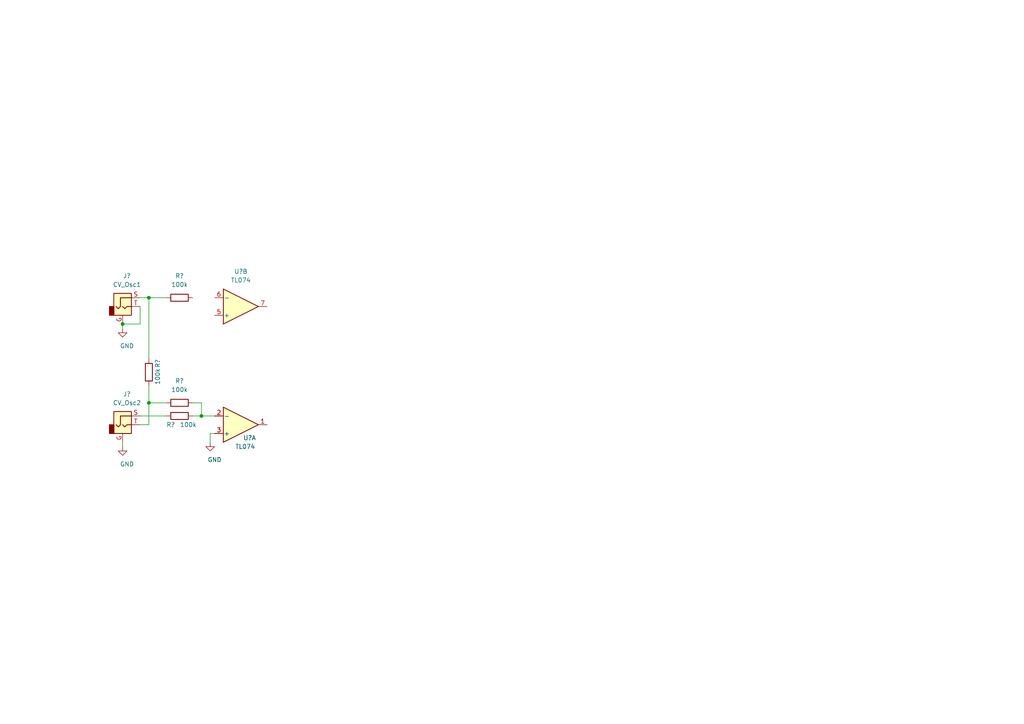
<source format=kicad_sch>
(kicad_sch (version 20201015) (generator eeschema)
  (paper "A4")
  (lib_symbols
    (symbol "Amplifier_Operational:TL074" (pin_names (offset 0.127))
      (property "Reference" "U" (at 0 5.08 0))
      (property "Value" "TL074" (at 0 -5.08 0))
      (symbol "TL074_1_1"
        (polyline (pts (xy -5.08 5.08) (xy 5.08 0) (xy -5.08 -5.08) (xy -5.08 5.08)) (stroke (width 0.254)) (fill (type background)))
        (pin output line (at 7.62 0 180) (length 2.54) (name "~") (number "1"))
        (pin input line (at -7.62 -2.54 0) (length 2.54) (name "-") (number "2"))
        (pin input line (at -7.62 2.54 0) (length 2.54) (name "+") (number "3"))
      )
      (symbol "TL074_2_1"
        (polyline (pts (xy -5.08 5.08) (xy 5.08 0) (xy -5.08 -5.08) (xy -5.08 5.08)) (stroke (width 0.254)) (fill (type background)))
        (pin input line (at -7.62 2.54 0) (length 2.54) (name "+") (number "5"))
        (pin input line (at -7.62 -2.54 0) (length 2.54) (name "-") (number "6"))
        (pin output line (at 7.62 0 180) (length 2.54) (name "~") (number "7"))
      )
      (symbol "TL074_3_1"
        (polyline (pts (xy -5.08 5.08) (xy 5.08 0) (xy -5.08 -5.08) (xy -5.08 5.08)) (stroke (width 0.254)) (fill (type background)))
        (pin input line (at -7.62 2.54 0) (length 2.54) (name "+") (number "10"))
        (pin output line (at 7.62 0 180) (length 2.54) (name "~") (number "8"))
        (pin input line (at -7.62 -2.54 0) (length 2.54) (name "-") (number "9"))
      )
      (symbol "TL074_4_1"
        (polyline (pts (xy -5.08 5.08) (xy 5.08 0) (xy -5.08 -5.08) (xy -5.08 5.08)) (stroke (width 0.254)) (fill (type background)))
        (pin input line (at -7.62 2.54 0) (length 2.54) (name "+") (number "12"))
        (pin input line (at -7.62 -2.54 0) (length 2.54) (name "-") (number "13"))
        (pin output line (at 7.62 0 180) (length 2.54) (name "~") (number "14"))
      )
      (symbol "TL074_5_1"
        (pin power_in line (at -2.54 -7.62 90) (length 3.81) (name "V-") (number "11"))
        (pin power_in line (at -2.54 7.62 270) (length 3.81) (name "V+") (number "4"))
      )
    )
    (symbol "Connector:AudioJack2_Ground"
      (property "Reference" "J" (at 0 8.89 0))
      (property "Value" "AudioJack2_Ground" (at 0 6.35 0))
      (symbol "AudioJack2_Ground_0_1"
        (rectangle (start -2.54 -2.54) (end -3.81 0) (stroke (width 0.254)) (fill (type outline)))
        (rectangle (start 2.54 3.81) (end -2.54 -2.54) (stroke (width 0.254)) (fill (type background)))
        (polyline (pts (xy 0 0) (xy 0.635 -0.635) (xy 1.27 0) (xy 2.54 0)) (stroke (width 0.254)))
        (polyline (pts (xy 2.54 2.54) (xy -0.635 2.54) (xy -0.635 0) (xy -1.27 -0.635) (xy -1.905 0)) (stroke (width 0.254)))
      )
      (symbol "AudioJack2_Ground_1_1"
        (pin passive line (at 0 -5.08 90) (length 2.54) (name "~") (number "G"))
        (pin passive line (at 5.08 2.54 180) (length 2.54) (name "~") (number "S"))
        (pin passive line (at 5.08 0 180) (length 2.54) (name "~") (number "T"))
      )
    )
    (symbol "Device:R" (pin_numbers hide) (pin_names (offset 0))
      (property "Reference" "R" (at 2.032 0 90))
      (property "Value" "R" (at 0 0 90))
      (symbol "R_0_1"
        (rectangle (start -1.016 -2.54) (end 1.016 2.54) (stroke (width 0.254)))
      )
      (symbol "R_1_1"
        (pin passive line (at 0 3.81 270) (length 1.27) (name "~") (number "1"))
        (pin passive line (at 0 -3.81 90) (length 1.27) (name "~") (number "2"))
      )
    )
    (symbol "power:GND" (power) (pin_names (offset 0))
      (property "Value" "GND" (at 0 -3.81 0))
      (symbol "GND_0_1"
        (polyline (pts (xy 0 0) (xy 0 -1.27) (xy 1.27 -1.27) (xy 0 -2.54) (xy -1.27 -1.27) (xy 0 -1.27)))
      )
      (symbol "GND_1_1"
        (pin power_in line (at 0 0 270) (length 0) hide (name "GND") (number "1"))
      )
    )
  )
  (junction (at 35.56 93.98) (diameter 0.9144))
  (junction (at 43.18 86.36) (diameter 0.9144))
  (junction (at 43.18 116.84) (diameter 0.9144))
  (junction (at 58.42 120.65) (diameter 0.9144))
  (wire (pts (xy 35.56 93.98) (xy 35.56 95.25)))
  (wire (pts (xy 35.56 93.98) (xy 40.64 93.98)))
  (wire (pts (xy 35.56 128.27) (xy 35.56 129.54)))
  (wire (pts (xy 40.64 86.36) (xy 43.18 86.36)))
  (wire (pts (xy 40.64 88.9) (xy 40.64 93.98)))
  (wire (pts (xy 40.64 120.65) (xy 48.26 120.65)))
  (wire (pts (xy 40.64 123.19) (xy 43.18 123.19)))
  (wire (pts (xy 43.18 86.36) (xy 43.18 104.14)))
  (wire (pts (xy 43.18 86.36) (xy 48.26 86.36)))
  (wire (pts (xy 43.18 111.76) (xy 43.18 116.84)))
  (wire (pts (xy 43.18 116.84) (xy 43.18 123.19)))
  (wire (pts (xy 43.18 116.84) (xy 48.26 116.84)))
  (wire (pts (xy 55.88 116.84) (xy 58.42 116.84)))
  (wire (pts (xy 55.88 120.65) (xy 58.42 120.65)))
  (wire (pts (xy 58.42 116.84) (xy 58.42 120.65)))
  (wire (pts (xy 58.42 120.65) (xy 62.23 120.65)))
  (wire (pts (xy 60.96 125.73) (xy 62.23 125.73)))
  (wire (pts (xy 60.96 128.27) (xy 60.96 125.73)))
  (symbol (lib_id "power:GND") (at 35.56 95.25 0) (unit 1)
    (property "Reference" "#PWR?" (effects hide))
    (property "Value" "GND" (at 36.83 100.33 0))
  )
  (symbol (lib_id "power:GND") (at 35.56 129.54 0) (unit 1)
    (property "Reference" "#PWR?" (effects hide))
    (property "Value" "GND" (at 36.83 134.62 0))
  )
  (symbol (lib_id "power:GND") (at 60.96 128.27 0) (unit 1)
    (property "Reference" "#PWR?" (effects hide))
    (property "Value" "GND" (at 62.23 133.35 0))
  )
  (symbol (lib_id "Device:R") (at 43.18 107.95 180) (unit 1)
    (property "Reference" "R?" (at 45.72 105.41 90))
    (property "Value" "100k" (at 45.72 109.22 90))
  )
  (symbol (lib_id "Device:R") (at 52.07 86.36 90) (unit 1)
    (property "Reference" "R?" (at 52.07 80.01 90))
    (property "Value" "100k" (at 52.07 82.55 90))
  )
  (symbol (lib_id "Device:R") (at 52.07 116.84 90) (unit 1)
    (property "Reference" "R?" (at 52.07 110.49 90))
    (property "Value" "100k" (at 52.07 113.03 90))
  )
  (symbol (lib_id "Device:R") (at 52.07 120.65 90) (unit 1)
    (property "Reference" "R?" (at 49.53 123.19 90))
    (property "Value" "100k" (at 54.61 123.19 90))
  )
  (symbol (lib_id "Connector:AudioJack2_Ground") (at 35.56 88.9 0) (unit 1)
    (property "Reference" "J?" (at 36.83 80.01 0))
    (property "Value" "CV_Osc1" (at 36.83 82.55 0))
  )
  (symbol (lib_id "Connector:AudioJack2_Ground") (at 35.56 123.19 0) (unit 1)
    (property "Reference" "J?" (at 36.83 114.3 0))
    (property "Value" "CV_Osc2" (at 36.83 116.84 0))
  )
  (symbol (lib_id "Amplifier_Operational:TL074") (at 69.85 88.9 0) (mirror x) (unit 2)
    (property "Reference" "U?" (at 69.85 78.74 0))
    (property "Value" "TL074" (at 69.85 81.28 0))
    (property "Datasheet" "http://www.ti.com/lit/ds/symlink/tl071.pdf" (effects hide))
  )
  (symbol (lib_id "Amplifier_Operational:TL074") (at 69.85 123.19 0) (mirror x) (unit 1)
    (property "Reference" "U?" (at 72.39 127 0))
    (property "Value" "TL074" (at 71.12 129.54 0))
    (property "Datasheet" "http://www.ti.com/lit/ds/symlink/tl071.pdf" (effects hide))
  )
)
</source>
